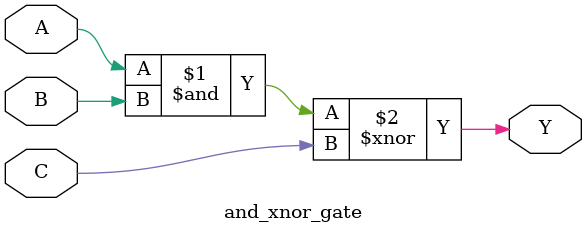
<source format=sv>
module and_xnor_gate (
    input wire A, B, C,   // 输入A, B, C
    output wire Y         // 输出Y
);
    assign Y = (A & B) ~^ C;  // 与和同或组合
endmodule

</source>
